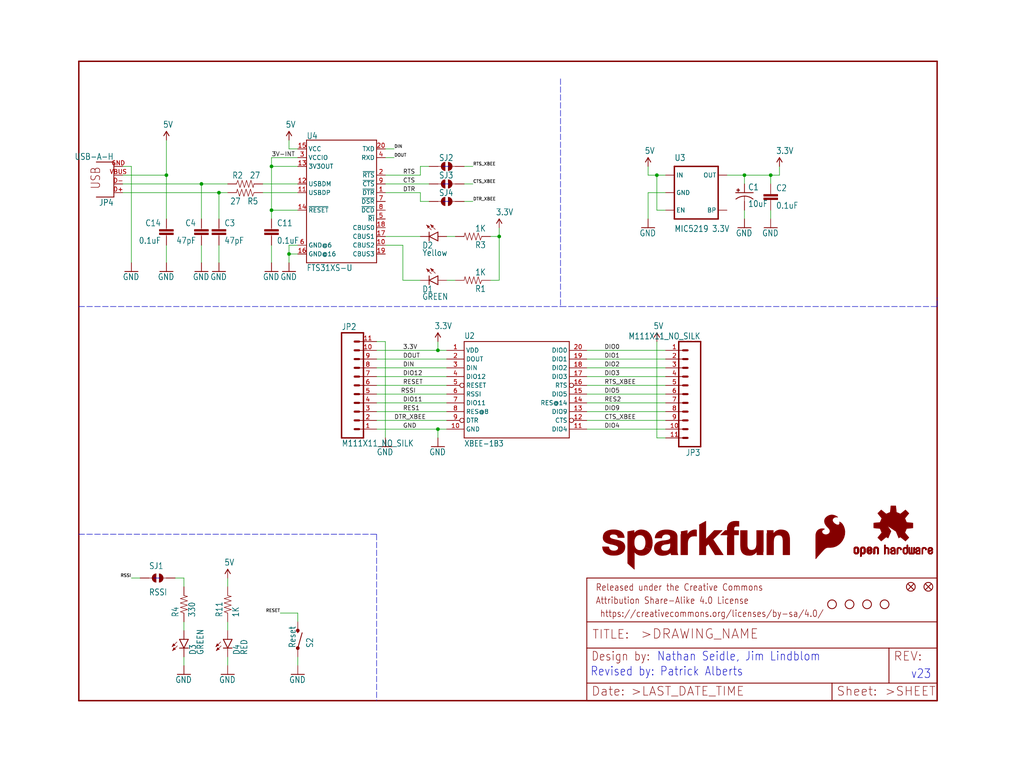
<source format=kicad_sch>
(kicad_sch (version 20211123) (generator eeschema)
  (paper "User" 297.002 223.926)
  (lib_symbols
    (symbol "eagleSchem-eagle-import:0.1UF-25V(+80{slash}-20%)(0603)"
      (property "Reference" "C" (at 1.524 2.921 0))
      (property "Value" "0.1UF-25V(+80{slash}-20%)(0603)" (at 1.524 -2.159 0))
      (symbol "0.1UF-25V(+80{slash}-20%)(0603)_1_0"
        (pin passive line (at 0 5.08 270) (length 2.54) (name "1") (number "1"))
        (pin passive line (at 0 -2.54 90) (length 2.54) (name "2") (number "2"))
      )
    )
    (symbol "eagleSchem-eagle-import:10UF-16V-10%(TANT)"
      (property "Reference" "C" (at 1.016 0.635 0))
      (property "Value" "10UF-16V-10%(TANT)" (at 1.016 -4.191 0))
      (symbol "10UF-16V-10%(TANT)_1_0"
        (pin passive line (at 0 2.54 270) (length 2.54) (name "+") (number "A"))
        (pin passive line (at 0 -5.08 90) (length 2.54) (name "-") (number "C"))
      )
    )
    (symbol "eagleSchem-eagle-import:1KOHM-1{slash}10W-1%(0603)"
      (property "Reference" "R" (at -3.81 1.4986 0))
      (property "Value" "1KOHM-1{slash}10W-1%(0603)" (at -3.81 -3.302 0))
      (symbol "1KOHM-1{slash}10W-1%(0603)_1_0"
        (pin passive line (at -5.08 0 0) (length 2.54) (name "1") (number "1"))
        (pin passive line (at 5.08 0 180) (length 2.54) (name "2") (number "2"))
      )
    )
    (symbol "eagleSchem-eagle-import:27OHM1{slash}10W1%(0603)0603-RES"
      (property "Reference" "R" (at -3.81 1.4986 0))
      (property "Value" "27OHM1{slash}10W1%(0603)0603-RES" (at -3.81 -3.302 0))
      (symbol "27OHM1{slash}10W1%(0603)0603-RES_1_0"
        (pin passive line (at -5.08 0 0) (length 2.54) (name "1") (number "1"))
        (pin passive line (at 5.08 0 180) (length 2.54) (name "2") (number "2"))
      )
    )
    (symbol "eagleSchem-eagle-import:3.3V" (power)
      (property "Value" "3.3V" (at -1.016 3.556 0))
      (symbol "3.3V_1_0"
        (pin power_in line (at 0 0 90) (length 2.54) (name "3.3V") (number "1"))
      )
    )
    (symbol "eagleSchem-eagle-import:330OHM1{slash}10W1%(0603)"
      (property "Reference" "R" (at -3.81 1.4986 0))
      (property "Value" "330OHM1{slash}10W1%(0603)" (at -3.81 -3.302 0))
      (symbol "330OHM1{slash}10W1%(0603)_1_0"
        (pin passive line (at -5.08 0 0) (length 2.54) (name "1") (number "1"))
        (pin passive line (at 5.08 0 180) (length 2.54) (name "2") (number "2"))
      )
    )
    (symbol "eagleSchem-eagle-import:47PF-50V-5%(0603)"
      (property "Reference" "C" (at 1.524 2.921 0))
      (property "Value" "47PF-50V-5%(0603)" (at 1.524 -2.159 0))
      (symbol "47PF-50V-5%(0603)_1_0"
        (pin passive line (at 0 5.08 270) (length 2.54) (name "1") (number "1"))
        (pin passive line (at 0 -2.54 90) (length 2.54) (name "2") (number "2"))
      )
    )
    (symbol "eagleSchem-eagle-import:5V" (power)
      (property "Value" "5V" (at -1.016 3.556 0))
      (symbol "5V_1_0"
        (pin power_in line (at 0 0 90) (length 2.54) (name "5V") (number "1"))
      )
    )
    (symbol "eagleSchem-eagle-import:FIDUCIAL1X2")
    (symbol "eagleSchem-eagle-import:FRAME-LETTER"
      (symbol "FRAME-LETTER_2_0"
        (text " https://creativecommons.org/licenses/by-sa/4.0/" (at 2.54 24.13 0) (effects (font (size 1.9304 1.6408)) (justify left bottom)))
        (text ">DRAWING_NAME" (at 15.494 17.78 0) (effects (font (size 2.7432 2.7432)) (justify left bottom)))
        (text ">LAST_DATE_TIME" (at 12.7 1.27 0) (effects (font (size 2.54 2.54)) (justify left bottom)))
        (text ">SHEET" (at 86.36 1.27 0) (effects (font (size 2.54 2.54)) (justify left bottom)))
        (text "Attribution Share-Alike 4.0 License" (at 2.54 27.94 0) (effects (font (size 1.9304 1.6408)) (justify left bottom)))
        (text "Date:" (at 1.27 1.27 0) (effects (font (size 2.54 2.54)) (justify left bottom)))
        (text "Design by:" (at 1.27 11.43 0) (effects (font (size 2.54 2.159)) (justify left bottom)))
        (text "Released under the Creative Commons" (at 2.54 31.75 0) (effects (font (size 1.9304 1.6408)) (justify left bottom)))
        (text "REV:" (at 88.9 11.43 0) (effects (font (size 2.54 2.54)) (justify left bottom)))
        (text "Sheet:" (at 72.39 1.27 0) (effects (font (size 2.54 2.54)) (justify left bottom)))
        (text "TITLE:" (at 1.524 17.78 0) (effects (font (size 2.54 2.54)) (justify left bottom)))
      )
    )
    (symbol "eagleSchem-eagle-import:FT231XS"
      (property "Reference" "U" (at -10.16 18.034 0))
      (property "Value" "FT231XS" (at -10.16 -18.288 0))
      (symbol "FT231XS_1_0"
        (pin bidirectional line (at 12.7 2.54 180) (length 2.54) (name "~{DTR}") (number "1"))
        (pin bidirectional line (at 12.7 -12.7 180) (length 2.54) (name "CBUS2") (number "10"))
        (pin bidirectional line (at -12.7 2.54 0) (length 2.54) (name "USBDP") (number "11"))
        (pin bidirectional line (at -12.7 5.08 0) (length 2.54) (name "USBDM") (number "12"))
        (pin bidirectional line (at -12.7 10.16 0) (length 2.54) (name "3V3OUT") (number "13"))
        (pin bidirectional line (at -12.7 -2.54 0) (length 2.54) (name "~{RESET}") (number "14"))
        (pin bidirectional line (at -12.7 15.24 0) (length 2.54) (name "VCC") (number "15"))
        (pin bidirectional line (at -12.7 -15.24 0) (length 2.54) (name "GND@16") (number "16"))
        (pin bidirectional line (at 12.7 -10.16 180) (length 2.54) (name "CBUS1") (number "17"))
        (pin bidirectional line (at 12.7 -7.62 180) (length 2.54) (name "CBUS0") (number "18"))
        (pin bidirectional line (at 12.7 -15.24 180) (length 2.54) (name "CBUS3") (number "19"))
        (pin bidirectional line (at 12.7 7.62 180) (length 2.54) (name "~{RTS}") (number "2"))
        (pin bidirectional line (at 12.7 15.24 180) (length 2.54) (name "TXD") (number "20"))
        (pin bidirectional line (at -12.7 12.7 0) (length 2.54) (name "VCCIO") (number "3"))
        (pin bidirectional line (at 12.7 12.7 180) (length 2.54) (name "RXD") (number "4"))
        (pin bidirectional line (at 12.7 -5.08 180) (length 2.54) (name "~{RI}") (number "5"))
        (pin bidirectional line (at -12.7 -12.7 0) (length 2.54) (name "GND@6") (number "6"))
        (pin bidirectional line (at 12.7 0 180) (length 2.54) (name "~{DSR}") (number "7"))
        (pin bidirectional line (at 12.7 -2.54 180) (length 2.54) (name "~{DCD}") (number "8"))
        (pin bidirectional line (at 12.7 5.08 180) (length 2.54) (name "~{CTS}") (number "9"))
      )
    )
    (symbol "eagleSchem-eagle-import:GND" (power)
      (property "Value" "GND" (at -2.54 -2.54 0))
      (symbol "GND_1_0"
        (pin power_in line (at 0 2.54 270) (length 2.54) (name "GND") (number "1"))
      )
    )
    (symbol "eagleSchem-eagle-import:LED-GREEN0603"
      (property "Reference" "D" (at 3.556 -4.572 90))
      (property "Value" "LED-GREEN0603" (at 5.715 -4.572 90))
      (symbol "LED-GREEN0603_1_0"
        (pin passive line (at 0 2.54 270) (length 2.54) (name "A") (number "A"))
        (pin passive line (at 0 -5.08 90) (length 2.54) (name "C") (number "C"))
      )
    )
    (symbol "eagleSchem-eagle-import:LED-RED0603"
      (property "Reference" "D" (at 3.556 -4.572 90))
      (property "Value" "LED-RED0603" (at 5.715 -4.572 90))
      (symbol "LED-RED0603_1_0"
        (pin passive line (at 0 2.54 270) (length 2.54) (name "A") (number "A"))
        (pin passive line (at 0 -5.08 90) (length 2.54) (name "C") (number "C"))
      )
    )
    (symbol "eagleSchem-eagle-import:LED-YELLOW0603"
      (property "Reference" "D" (at 3.556 -4.572 90))
      (property "Value" "LED-YELLOW0603" (at 5.715 -4.572 90))
      (symbol "LED-YELLOW0603_1_0"
        (pin passive line (at 0 2.54 270) (length 2.54) (name "A") (number "A"))
        (pin passive line (at 0 -5.08 90) (length 2.54) (name "C") (number "C"))
      )
    )
    (symbol "eagleSchem-eagle-import:M111X11_NO_SILK"
      (property "Reference" "JP" (at 0 16.002 0))
      (property "Value" "M111X11_NO_SILK" (at 0 -17.78 0))
      (symbol "M111X11_NO_SILK_1_0"
        (pin passive line (at 10.16 -12.7 180) (length 5.08) (name "1") (number "1"))
        (pin passive line (at 10.16 10.16 180) (length 5.08) (name "10") (number "10"))
        (pin passive line (at 10.16 12.7 180) (length 5.08) (name "11") (number "11"))
        (pin passive line (at 10.16 -10.16 180) (length 5.08) (name "2") (number "2"))
        (pin passive line (at 10.16 -7.62 180) (length 5.08) (name "3") (number "3"))
        (pin passive line (at 10.16 -5.08 180) (length 5.08) (name "4") (number "4"))
        (pin passive line (at 10.16 -2.54 180) (length 5.08) (name "5") (number "5"))
        (pin passive line (at 10.16 0 180) (length 5.08) (name "6") (number "6"))
        (pin passive line (at 10.16 2.54 180) (length 5.08) (name "7") (number "7"))
        (pin passive line (at 10.16 5.08 180) (length 5.08) (name "8") (number "8"))
        (pin passive line (at 10.16 7.62 180) (length 5.08) (name "9") (number "9"))
      )
    )
    (symbol "eagleSchem-eagle-import:OSHW-LOGOS")
    (symbol "eagleSchem-eagle-import:SFE_LOGO_FLAME.1_INCH")
    (symbol "eagleSchem-eagle-import:SFE_LOGO_NAME.2_INCH")
    (symbol "eagleSchem-eagle-import:SOLDERJUMPERTRACE"
      (property "Reference" "SJ" (at -2.54 2.54 0))
      (property "Value" "SOLDERJUMPERTRACE" (at -2.54 -5.08 0))
      (symbol "SOLDERJUMPERTRACE_1_0"
        (pin passive line (at -5.08 0 0) (length 2.54) (name "1") (number "1"))
        (pin passive line (at 5.08 0 180) (length 2.54) (name "2") (number "2"))
      )
    )
    (symbol "eagleSchem-eagle-import:STAND-OFF")
    (symbol "eagleSchem-eagle-import:SWITCH-MOMENTARY-2SMD"
      (property "Reference" "S" (at -2.54 2.54 0))
      (property "Value" "SWITCH-MOMENTARY-2SMD" (at -2.54 -2.54 0))
      (symbol "SWITCH-MOMENTARY-2SMD_1_0"
        (pin passive line (at -5.08 0 0) (length 2.54) (name "1") (number "1"))
        (pin passive line (at 5.08 0 180) (length 2.54) (name "2") (number "3"))
      )
    )
    (symbol "eagleSchem-eagle-import:USB-A-H"
      (property "Reference" "JP" (at 0 9.525 0))
      (property "Value" "USB-A-H" (at 0 -3.81 0))
      (symbol "USB-A-H_1_0"
        (text "USB" (at 3.81 0 900) (effects (font (size 2.54 2.159)) (justify left bottom)))
        (pin bidirectional line (at -2.54 7.62 0) (length 2.54) (name "D+") (number "D+"))
        (pin bidirectional line (at -2.54 5.08 0) (length 2.54) (name "D-") (number "D-"))
        (pin bidirectional line (at -2.54 0 0) (length 2.54) (name "GND") (number "GND"))
        (pin bidirectional line (at -2.54 2.54 0) (length 2.54) (name "VBUS") (number "VBUS"))
      )
    )
    (symbol "eagleSchem-eagle-import:V_REG_MIC52193.3V"
      (property "Reference" "U" (at -7.62 9.144 0))
      (property "Value" "V_REG_MIC52193.3V" (at -7.62 -11.43 0))
      (symbol "V_REG_MIC52193.3V_1_0"
        (pin input line (at -10.16 5.08 0) (length 2.54) (name "IN") (number "1"))
        (pin input line (at -10.16 0 0) (length 2.54) (name "GND") (number "2"))
        (pin input line (at -10.16 -5.08 0) (length 2.54) (name "EN") (number "3"))
        (pin input line (at 7.62 -5.08 180) (length 2.54) (name "BP") (number "4"))
        (pin passive line (at 7.62 5.08 180) (length 2.54) (name "OUT") (number "5"))
      )
    )
    (symbol "eagleSchem-eagle-import:XBEE-1B3"
      (property "Value" "XBEE-1B3" (at -15.24 -17.78 0))
      (symbol "XBEE-1B3_1_0"
        (pin power_in line (at -20.32 10.16 0) (length 5.08) (name "VDD") (number "1"))
        (pin power_in line (at -20.32 -12.7 0) (length 5.08) (name "GND") (number "10"))
        (pin bidirectional line (at 20.32 -12.7 180) (length 5.08) (name "DIO4") (number "11"))
        (pin output inverted (at 20.32 -10.16 180) (length 5.08) (name "CTS") (number "12"))
        (pin bidirectional line (at 20.32 -7.62 180) (length 5.08) (name "DIO9") (number "13"))
        (pin bidirectional line (at 20.32 -5.08 180) (length 5.08) (name "RES@14") (number "14"))
        (pin bidirectional line (at 20.32 -2.54 180) (length 5.08) (name "DIO5") (number "15"))
        (pin input inverted (at 20.32 0 180) (length 5.08) (name "RTS") (number "16"))
        (pin bidirectional line (at 20.32 2.54 180) (length 5.08) (name "DIO3") (number "17"))
        (pin bidirectional line (at 20.32 5.08 180) (length 5.08) (name "DIO2") (number "18"))
        (pin bidirectional line (at 20.32 7.62 180) (length 5.08) (name "DIO1") (number "19"))
        (pin output line (at -20.32 7.62 0) (length 5.08) (name "DOUT") (number "2"))
        (pin bidirectional line (at 20.32 10.16 180) (length 5.08) (name "DIO0") (number "20"))
        (pin input line (at -20.32 5.08 0) (length 5.08) (name "DIN") (number "3"))
        (pin bidirectional line (at -20.32 2.54 0) (length 5.08) (name "DIO12") (number "4"))
        (pin input inverted (at -20.32 0 0) (length 5.08) (name "RESET") (number "5"))
        (pin bidirectional line (at -20.32 -2.54 0) (length 5.08) (name "RSSI") (number "6"))
        (pin bidirectional line (at -20.32 -5.08 0) (length 5.08) (name "DIO11") (number "7"))
        (pin bidirectional line (at -20.32 -7.62 0) (length 5.08) (name "RES@8") (number "8"))
        (pin bidirectional inverted (at -20.32 -10.16 0) (length 5.08) (name "DTR") (number "9"))
      )
    )
  )
  (junction (at 78.74 60.96))
  (junction (at 127 124.46))
  (junction (at 58.42 53.34))
  (junction (at 48.26 50.8))
  (junction (at 190.5 50.8))
  (junction (at 215.9 50.8))
  (junction (at 127 101.6))
  (junction (at 144.78 68.58))
  (junction (at 63.5 55.88))
  (junction (at 223.52 50.8))
  (junction (at 78.74 48.26))
  (junction (at 83.82 73.66))
  (wire (pts (xy 193.04 104.14) (xy 170.18 104.14)))
  (polyline (pts (xy 128.524 53.34) (xy 130.556 53.34)))
  (wire (pts (xy 223.52 53.34) (xy 223.52 50.8)))
  (wire (pts (xy 53.34 190.5) (xy 53.34 193.04)))
  (wire (pts (xy 129.54 116.84) (xy 109.22 116.84)))
  (wire (pts (xy 86.36 48.26) (xy 78.74 48.26)))
  (wire (pts (xy 86.36 71.12) (xy 83.82 71.12)))
  (wire (pts (xy 129.54 104.14) (xy 109.22 104.14)))
  (wire (pts (xy 134.62 53.34) (xy 137.16 53.34)))
  (wire (pts (xy 134.62 58.42) (xy 137.16 58.42)))
  (wire (pts (xy 63.5 76.2) (xy 63.5 71.12)))
  (wire (pts (xy 127 101.6) (xy 109.22 101.6)))
  (wire (pts (xy 121.92 81.28) (xy 116.84 81.28)))
  (wire (pts (xy 48.26 63.5) (xy 48.26 50.8)))
  (wire (pts (xy 53.34 167.64) (xy 50.8 167.64)))
  (wire (pts (xy 193.04 109.22) (xy 170.18 109.22)))
  (wire (pts (xy 144.78 68.58) (xy 144.78 81.28)))
  (wire (pts (xy 121.92 68.58) (xy 111.76 68.58)))
  (wire (pts (xy 129.54 101.6) (xy 127 101.6)))
  (wire (pts (xy 66.04 182.88) (xy 66.04 180.34)))
  (wire (pts (xy 78.74 76.2) (xy 78.74 71.12)))
  (wire (pts (xy 35.56 50.8) (xy 48.26 50.8)))
  (wire (pts (xy 35.56 55.88) (xy 63.5 55.88)))
  (wire (pts (xy 78.74 48.26) (xy 78.74 60.96)))
  (wire (pts (xy 215.9 63.5) (xy 215.9 60.96)))
  (wire (pts (xy 111.76 55.88) (xy 121.92 55.88)))
  (wire (pts (xy 190.5 99.06) (xy 190.5 127)))
  (wire (pts (xy 129.54 121.92) (xy 109.22 121.92)))
  (wire (pts (xy 83.82 71.12) (xy 83.82 73.66)))
  (wire (pts (xy 129.54 111.76) (xy 109.22 111.76)))
  (polyline (pts (xy 22.86 154.94) (xy 109.22 154.94)))
  (wire (pts (xy 127 101.6) (xy 127 99.06)))
  (wire (pts (xy 109.22 99.06) (xy 111.76 99.06)))
  (wire (pts (xy 116.84 81.28) (xy 116.84 71.12)))
  (wire (pts (xy 116.84 71.12) (xy 111.76 71.12)))
  (wire (pts (xy 193.04 116.84) (xy 170.18 116.84)))
  (polyline (pts (xy 128.524 58.42) (xy 130.556 58.42)))
  (wire (pts (xy 111.76 43.18) (xy 114.3 43.18)))
  (wire (pts (xy 111.76 45.72) (xy 114.3 45.72)))
  (wire (pts (xy 193.04 55.88) (xy 187.96 55.88)))
  (wire (pts (xy 111.76 50.8) (xy 121.92 50.8)))
  (wire (pts (xy 78.74 45.72) (xy 78.74 48.26)))
  (wire (pts (xy 86.36 43.18) (xy 83.82 43.18)))
  (wire (pts (xy 76.2 53.34) (xy 86.36 53.34)))
  (wire (pts (xy 76.2 55.88) (xy 86.36 55.88)))
  (wire (pts (xy 193.04 119.38) (xy 170.18 119.38)))
  (wire (pts (xy 38.1 48.26) (xy 38.1 76.2)))
  (wire (pts (xy 223.52 50.8) (xy 226.06 50.8)))
  (wire (pts (xy 121.92 48.26) (xy 124.46 48.26)))
  (wire (pts (xy 132.08 68.58) (xy 129.54 68.58)))
  (wire (pts (xy 86.36 73.66) (xy 83.82 73.66)))
  (wire (pts (xy 48.26 50.8) (xy 48.26 40.64)))
  (wire (pts (xy 190.5 50.8) (xy 187.96 50.8)))
  (wire (pts (xy 127 124.46) (xy 109.22 124.46)))
  (wire (pts (xy 187.96 55.88) (xy 187.96 63.5)))
  (wire (pts (xy 121.92 55.88) (xy 121.92 58.42)))
  (wire (pts (xy 83.82 43.18) (xy 83.82 40.64)))
  (wire (pts (xy 111.76 53.34) (xy 124.46 53.34)))
  (wire (pts (xy 86.36 180.34) (xy 86.36 177.8)))
  (wire (pts (xy 40.64 167.64) (xy 38.1 167.64)))
  (wire (pts (xy 53.34 170.18) (xy 53.34 167.64)))
  (polyline (pts (xy 22.86 88.9) (xy 162.56 88.9)))
  (wire (pts (xy 121.92 50.8) (xy 121.92 48.26)))
  (polyline (pts (xy 44.704 167.64) (xy 46.736 167.64)))
  (wire (pts (xy 187.96 48.26) (xy 187.96 50.8)))
  (wire (pts (xy 63.5 63.5) (xy 63.5 55.88)))
  (wire (pts (xy 129.54 109.22) (xy 109.22 109.22)))
  (wire (pts (xy 129.54 119.38) (xy 109.22 119.38)))
  (wire (pts (xy 129.54 114.3) (xy 109.22 114.3)))
  (wire (pts (xy 190.5 127) (xy 193.04 127)))
  (wire (pts (xy 144.78 81.28) (xy 142.24 81.28)))
  (wire (pts (xy 38.1 48.26) (xy 35.56 48.26)))
  (wire (pts (xy 193.04 101.6) (xy 170.18 101.6)))
  (wire (pts (xy 78.74 60.96) (xy 78.74 63.5)))
  (wire (pts (xy 58.42 63.5) (xy 58.42 53.34)))
  (wire (pts (xy 48.26 76.2) (xy 48.26 71.12)))
  (wire (pts (xy 63.5 55.88) (xy 66.04 55.88)))
  (wire (pts (xy 193.04 124.46) (xy 170.18 124.46)))
  (wire (pts (xy 111.76 99.06) (xy 111.76 127)))
  (wire (pts (xy 58.42 53.34) (xy 66.04 53.34)))
  (wire (pts (xy 190.5 60.96) (xy 190.5 50.8)))
  (polyline (pts (xy 109.22 154.94) (xy 109.22 203.2)))
  (polyline (pts (xy 162.56 88.9) (xy 271.78 88.9)))
  (wire (pts (xy 226.06 50.8) (xy 226.06 48.26)))
  (polyline (pts (xy 128.524 48.26) (xy 130.556 48.26)))
  (polyline (pts (xy 271.78 88.9) (xy 271.78 86.36)))
  (wire (pts (xy 129.54 124.46) (xy 127 124.46)))
  (wire (pts (xy 58.42 76.2) (xy 58.42 71.12)))
  (polyline (pts (xy 162.56 22.86) (xy 162.56 88.9)))
  (wire (pts (xy 193.04 111.76) (xy 170.18 111.76)))
  (wire (pts (xy 215.9 50.8) (xy 223.52 50.8)))
  (wire (pts (xy 210.82 50.8) (xy 215.9 50.8)))
  (wire (pts (xy 223.52 63.5) (xy 223.52 60.96)))
  (wire (pts (xy 193.04 60.96) (xy 190.5 60.96)))
  (wire (pts (xy 53.34 180.34) (xy 53.34 182.88)))
  (wire (pts (xy 193.04 121.92) (xy 170.18 121.92)))
  (wire (pts (xy 66.04 170.18) (xy 66.04 167.64)))
  (wire (pts (xy 86.36 193.04) (xy 86.36 190.5)))
  (wire (pts (xy 134.62 48.26) (xy 137.16 48.26)))
  (wire (pts (xy 142.24 68.58) (xy 144.78 68.58)))
  (wire (pts (xy 193.04 106.68) (xy 170.18 106.68)))
  (wire (pts (xy 66.04 190.5) (xy 66.04 193.04)))
  (wire (pts (xy 86.36 45.72) (xy 78.74 45.72)))
  (wire (pts (xy 132.08 81.28) (xy 129.54 81.28)))
  (wire (pts (xy 35.56 53.34) (xy 58.42 53.34)))
  (wire (pts (xy 127 124.46) (xy 127 127)))
  (wire (pts (xy 193.04 114.3) (xy 170.18 114.3)))
  (wire (pts (xy 86.36 60.96) (xy 78.74 60.96)))
  (wire (pts (xy 129.54 106.68) (xy 109.22 106.68)))
  (wire (pts (xy 144.78 68.58) (xy 144.78 66.04)))
  (wire (pts (xy 83.82 73.66) (xy 83.82 76.2)))
  (wire (pts (xy 86.36 177.8) (xy 81.28 177.8)))
  (wire (pts (xy 193.04 50.8) (xy 190.5 50.8)))
  (wire (pts (xy 215.9 53.34) (xy 215.9 50.8)))
  (wire (pts (xy 121.92 58.42) (xy 124.46 58.42)))
  (text "Nathan Seidle, Jim Lindblom" (at 190.5 190.5 180) (effects (font (size 2.54 2.159)) (justify left)))
  (text "v23" (at 264.16 195.58 180) (effects (font (size 2.54 2.159)) (justify left)))
  (text "Revised by: Patrick Alberts" (at 171.196 196.342 180) (effects (font (size 2.54 2.159)) (justify left bottom)))
  (label "RESET" (at 81.28 177.8 180) (effects (font (size 0.889 0.889))))
  (label "CTS_XBEE" (at 175.26 121.92 0) (effects (font (size 1.2446 1.2446))))
  (label "RES2" (at 175.26 116.84 0) (effects (font (size 1.2446 1.2446))))
  (label "DIO2" (at 175.26 106.68 0) (effects (font (size 1.2446 1.2446))))
  (label "DIO12" (at 116.84 109.22 0) (effects (font (size 1.2446 1.2446))))
  (label "DIO4" (at 175.26 124.46 0) (effects (font (size 1.2446 1.2446))))
  (label "DIO9" (at 175.26 119.38 0) (effects (font (size 1.2446 1.2446))))
  (label "RSSI" (at 38.1 167.64 180) (effects (font (size 0.889 0.889))))
  (label "DIO1" (at 175.26 104.14 0) (effects (font (size 1.2446 1.2446))))
  (label "DTR_XBEE" (at 137.16 58.42 0) (effects (font (size 0.889 0.889))))
  (label "DIO3" (at 175.26 109.22 0) (effects (font (size 1.2446 1.2446))))
  (label "DIN" (at 116.84 106.68 0) (effects (font (size 1.2446 1.2446))))
  (label "GND" (at 116.84 124.46 0) (effects (font (size 1.2446 1.2446))))
  (label "DTR" (at 116.84 55.88 0) (effects (font (size 1.2446 1.2446))))
  (label "CTS_XBEE" (at 137.16 53.34 0) (effects (font (size 0.889 0.889))))
  (label "3V-INT" (at 78.74 45.72 0) (effects (font (size 1.2446 1.2446))))
  (label "DOUT" (at 116.84 104.14 0) (effects (font (size 1.2446 1.2446))))
  (label "RSSI" (at 116.205 114.3 0) (effects (font (size 1.2446 1.2446))))
  (label "3.3V" (at 116.84 101.6 0) (effects (font (size 1.2446 1.2446))))
  (label "RESET" (at 116.84 111.76 0) (effects (font (size 1.2446 1.2446))))
  (label "DIO11" (at 116.84 116.84 0) (effects (font (size 1.2446 1.2446))))
  (label "RES1" (at 116.84 119.38 0) (effects (font (size 1.2446 1.2446))))
  (label "RTS_XBEE" (at 175.26 111.76 0) (effects (font (size 1.2446 1.2446))))
  (label "DIO0" (at 175.26 101.6 0) (effects (font (size 1.2446 1.2446))))
  (label "DIN" (at 114.3 43.18 0) (effects (font (size 0.889 0.889))))
  (label "DIO5" (at 175.26 114.3 0) (effects (font (size 1.2446 1.2446))))
  (label "RTS_XBEE" (at 137.16 48.26 0) (effects (font (size 0.889 0.889))))
  (label "DTR_XBEE" (at 114.3 121.92 0) (effects (font (size 1.2446 1.2446))))
  (label "CTS" (at 116.84 53.34 0) (effects (font (size 1.2446 1.2446))))
  (label "RTS" (at 116.84 50.8 0) (effects (font (size 1.2446 1.2446))))
  (label "DOUT" (at 114.3 45.72 0) (effects (font (size 0.889 0.889))))
  (symbol (lib_id "eagleSchem-eagle-import:1KOHM-1{slash}10W-1%(0603)") (at 137.16 81.28 180) (unit 1)
    (property "Reference" "R1" (at 140.97 82.7786 0) (effects (font (size 1.778 1.5113)) (justify left bottom)))
    (property "Value" "1K" (at 140.97 77.978 0) (effects (font (size 1.778 1.5113)) (justify left bottom)))
    (property "Footprint" "eagleSchem:0603-RES" (effects hide))
  )
  (symbol (lib_id "eagleSchem-eagle-import:GND") (at 127 129.54 0) (unit 1)
    (property "Reference" "#GND2" (effects hide))
    (property "Value" "GND" (at 124.46 132.08 0) (effects (font (size 1.778 1.5113)) (justify left bottom)))
    (property "Footprint" "eagleSchem:" (effects hide))
  )
  (symbol (lib_id "eagleSchem-eagle-import:5V") (at 190.5 99.06 0) (unit 1)
    (property "Reference" "#U$6" (effects hide))
    (property "Value" "5V" (at 189.484 95.504 0) (effects (font (size 1.778 1.5113)) (justify left bottom)))
    (property "Footprint" "eagleSchem:" (effects hide))
  )
  (symbol (lib_id "eagleSchem-eagle-import:V_REG_MIC52193.3V") (at 203.2 55.88 0) (unit 1)
    (property "Reference" "U3" (at 195.58 46.736 0) (effects (font (size 1.778 1.5113)) (justify left bottom)))
    (property "Value" "MIC5219 3.3V" (at 195.58 67.31 0) (effects (font (size 1.778 1.5113)) (justify left bottom)))
    (property "Footprint" "eagleSchem:SOT23-5" (effects hide))
  )
  (symbol (lib_id "eagleSchem-eagle-import:5V") (at 66.04 167.64 0) (unit 1)
    (property "Reference" "#U$3" (effects hide))
    (property "Value" "5V" (at 65.024 164.084 0) (effects (font (size 1.778 1.5113)) (justify left bottom)))
    (property "Footprint" "eagleSchem:" (effects hide))
  )
  (symbol (lib_id "eagleSchem-eagle-import:LED-YELLOW0603") (at 127 68.58 270) (unit 1)
    (property "Reference" "D2" (at 122.428 72.136 90) (effects (font (size 1.778 1.5113)) (justify left bottom)))
    (property "Value" "Yellow" (at 122.428 74.295 90) (effects (font (size 1.778 1.5113)) (justify left bottom)))
    (property "Footprint" "eagleSchem:LED-0603" (effects hide))
  )
  (symbol (lib_id "eagleSchem-eagle-import:LED-GREEN0603") (at 53.34 185.42 0) (unit 1)
    (property "Reference" "D3" (at 56.896 189.992 90) (effects (font (size 1.778 1.5113)) (justify left bottom)))
    (property "Value" "GREEN" (at 59.055 189.992 90) (effects (font (size 1.778 1.5113)) (justify left bottom)))
    (property "Footprint" "eagleSchem:LED-0603" (effects hide))
  )
  (symbol (lib_id "eagleSchem-eagle-import:FT231XS") (at 99.06 58.42 0) (unit 1)
    (property "Reference" "U4" (at 88.9 40.386 0) (effects (font (size 1.778 1.5113)) (justify left bottom)))
    (property "Value" "FTS31XS-U" (at 88.9 76.708 0) (effects (font (size 1.778 1.5113)) (justify left top)))
    (property "Footprint" "eagleSchem:SSOP20_L" (effects hide))
  )
  (symbol (lib_id "eagleSchem-eagle-import:GND") (at 58.42 78.74 0) (unit 1)
    (property "Reference" "#GND8" (effects hide))
    (property "Value" "GND" (at 55.88 81.28 0) (effects (font (size 1.778 1.5113)) (justify left bottom)))
    (property "Footprint" "eagleSchem:" (effects hide))
  )
  (symbol (lib_id "eagleSchem-eagle-import:330OHM1{slash}10W1%(0603)") (at 53.34 175.26 90) (unit 1)
    (property "Reference" "R4" (at 51.8414 179.07 0) (effects (font (size 1.778 1.5113)) (justify left bottom)))
    (property "Value" "330" (at 56.642 179.07 0) (effects (font (size 1.778 1.5113)) (justify left bottom)))
    (property "Footprint" "eagleSchem:0603-RES" (effects hide))
  )
  (symbol (lib_id "eagleSchem-eagle-import:GND") (at 63.5 78.74 0) (unit 1)
    (property "Reference" "#GND9" (effects hide))
    (property "Value" "GND" (at 60.96 81.28 0) (effects (font (size 1.778 1.5113)) (justify left bottom)))
    (property "Footprint" "eagleSchem:" (effects hide))
  )
  (symbol (lib_id "eagleSchem-eagle-import:GND") (at 48.26 78.74 0) (unit 1)
    (property "Reference" "#GND27" (effects hide))
    (property "Value" "GND" (at 45.72 81.28 0) (effects (font (size 1.778 1.5113)) (justify left bottom)))
    (property "Footprint" "eagleSchem:" (effects hide))
  )
  (symbol (lib_id "eagleSchem-eagle-import:SOLDERJUMPERTRACE") (at 45.72 167.64 0) (unit 1)
    (property "Reference" "SJ1" (at 43.18 165.1 0) (effects (font (size 1.778 1.5113)) (justify left bottom)))
    (property "Value" "RSSI" (at 43.18 172.72 0) (effects (font (size 1.778 1.5113)) (justify left bottom)))
    (property "Footprint" "eagleSchem:SJ_2S-TRACE" (effects hide))
  )
  (symbol (lib_id "eagleSchem-eagle-import:XBEE-1B3") (at 149.86 111.76 0) (unit 1)
    (property "Reference" "U2" (at 134.62 98.298 0) (effects (font (size 1.6764 1.4249)) (justify left bottom)))
    (property "Value" "XBEE-1B3" (at 134.62 129.54 0) (effects (font (size 1.6764 1.4249)) (justify left bottom)))
    (property "Footprint" "eagleSchem:XBEE-SMD" (effects hide))
  )
  (symbol (lib_id "eagleSchem-eagle-import:GND") (at 215.9 66.04 0) (unit 1)
    (property "Reference" "#GND3" (effects hide))
    (property "Value" "GND" (at 213.36 68.58 0) (effects (font (size 1.778 1.5113)) (justify left bottom)))
    (property "Footprint" "eagleSchem:" (effects hide))
  )
  (symbol (lib_id "eagleSchem-eagle-import:STAND-OFF") (at 251.46 175.26 0) (unit 1)
    (property "Reference" "U$9" (effects hide))
    (property "Value" "STAND-OFF" (effects hide))
    (property "Footprint" "eagleSchem:STAND-OFF" (effects hide))
  )
  (symbol (lib_id "eagleSchem-eagle-import:M111X11_NO_SILK") (at 203.2 114.3 180) (unit 1)
    (property "Reference" "JP3" (at 203.2 130.302 0) (effects (font (size 1.778 1.5113)) (justify left bottom)))
    (property "Value" "M111X11_NO_SILK" (at 203.2 96.52 0) (effects (font (size 1.778 1.5113)) (justify left bottom)))
    (property "Footprint" "eagleSchem:1X11_NO_SILK" (effects hide))
  )
  (symbol (lib_id "eagleSchem-eagle-import:SOLDERJUMPERTRACE") (at 129.54 58.42 0) (unit 1)
    (property "Reference" "SJ4" (at 127.254 56.896 0) (effects (font (size 1.778 1.5113)) (justify left bottom)))
    (property "Value" "RSSI" (effects hide))
    (property "Footprint" "eagleSchem:SJ_2S-TRACE" (effects hide))
  )
  (symbol (lib_id "eagleSchem-eagle-import:0.1UF-25V(+80{slash}-20%)(0603)") (at 78.74 68.58 0) (unit 1)
    (property "Reference" "C11" (at 80.264 65.659 0) (effects (font (size 1.778 1.5113)) (justify left bottom)))
    (property "Value" "0.1uF" (at 80.264 70.739 0) (effects (font (size 1.778 1.5113)) (justify left bottom)))
    (property "Footprint" "eagleSchem:0603-CAP" (effects hide))
  )
  (symbol (lib_id "eagleSchem-eagle-import:27OHM1{slash}10W1%(0603)0603-RES") (at 71.12 53.34 0) (unit 1)
    (property "Reference" "R2" (at 67.31 51.8414 0) (effects (font (size 1.778 1.5113)) (justify left bottom)))
    (property "Value" "27" (at 72.39 51.816 0) (effects (font (size 1.778 1.5113)) (justify left bottom)))
    (property "Footprint" "eagleSchem:0603-RES" (effects hide))
  )
  (symbol (lib_id "eagleSchem-eagle-import:FRAME-LETTER") (at 22.86 203.2 0) (unit 1)
    (property "Reference" "FRAME1" (effects hide))
    (property "Value" "FRAME-LETTER" (effects hide))
    (property "Footprint" "eagleSchem:CREATIVE_COMMONS" (effects hide))
  )
  (symbol (lib_id "eagleSchem-eagle-import:5V") (at 48.26 40.64 0) (unit 1)
    (property "Reference" "#U$14" (effects hide))
    (property "Value" "5V" (at 47.244 37.084 0) (effects (font (size 1.778 1.5113)) (justify left bottom)))
    (property "Footprint" "eagleSchem:" (effects hide))
  )
  (symbol (lib_id "eagleSchem-eagle-import:3.3V") (at 144.78 66.04 0) (unit 1)
    (property "Reference" "#P+2" (effects hide))
    (property "Value" "3.3V" (at 143.764 62.484 0) (effects (font (size 1.778 1.5113)) (justify left bottom)))
    (property "Footprint" "eagleSchem:" (effects hide))
  )
  (symbol (lib_id "eagleSchem-eagle-import:STAND-OFF") (at 246.38 175.26 0) (unit 1)
    (property "Reference" "U$10" (effects hide))
    (property "Value" "STAND-OFF" (effects hide))
    (property "Footprint" "eagleSchem:STAND-OFF" (effects hide))
  )
  (symbol (lib_id "eagleSchem-eagle-import:GND") (at 38.1 78.74 0) (unit 1)
    (property "Reference" "#GND7" (effects hide))
    (property "Value" "GND" (at 35.56 81.28 0) (effects (font (size 1.778 1.5113)) (justify left bottom)))
    (property "Footprint" "eagleSchem:" (effects hide))
  )
  (symbol (lib_id "eagleSchem-eagle-import:FIDUCIAL1X2") (at 264.16 170.18 0) (unit 1)
    (property "Reference" "FID2" (effects hide))
    (property "Value" "FIDUCIAL1X2" (effects hide))
    (property "Footprint" "eagleSchem:FIDUCIAL-1X2" (effects hide))
  )
  (symbol (lib_id "eagleSchem-eagle-import:1KOHM-1{slash}10W-1%(0603)") (at 137.16 68.58 180) (unit 1)
    (property "Reference" "R3" (at 140.97 70.0786 0) (effects (font (size 1.778 1.5113)) (justify left bottom)))
    (property "Value" "1K" (at 140.97 65.278 0) (effects (font (size 1.778 1.5113)) (justify left bottom)))
    (property "Footprint" "eagleSchem:0603-RES" (effects hide))
  )
  (symbol (lib_id "eagleSchem-eagle-import:GND") (at 111.76 129.54 0) (unit 1)
    (property "Reference" "#GND6" (effects hide))
    (property "Value" "GND" (at 109.22 132.08 0) (effects (font (size 1.778 1.5113)) (justify left bottom)))
    (property "Footprint" "eagleSchem:" (effects hide))
  )
  (symbol (lib_id "eagleSchem-eagle-import:GND") (at 78.74 78.74 0) (unit 1)
    (property "Reference" "#GND20" (effects hide))
    (property "Value" "GND" (at 76.2 81.28 0) (effects (font (size 1.778 1.5113)) (justify left bottom)))
    (property "Footprint" "eagleSchem:" (effects hide))
  )
  (symbol (lib_id "eagleSchem-eagle-import:SFE_LOGO_FLAME.1_INCH") (at 236.22 162.56 0) (unit 1)
    (property "Reference" "LOGO1" (effects hide))
    (property "Value" "SFE_LOGO_FLAME.1_INCH" (effects hide))
    (property "Footprint" "eagleSchem:SFE_LOGO_FLAME_.1" (effects hide))
  )
  (symbol (lib_id "eagleSchem-eagle-import:FRAME-LETTER") (at 170.18 203.2 0) (unit 2)
    (property "Reference" "FRAME1" (effects hide))
    (property "Value" "FRAME-LETTER" (effects hide))
    (property "Footprint" "eagleSchem:CREATIVE_COMMONS" (effects hide))
  )
  (symbol (lib_id "eagleSchem-eagle-import:5V") (at 83.82 40.64 0) (unit 1)
    (property "Reference" "#U$12" (effects hide))
    (property "Value" "5V" (at 82.804 37.084 0) (effects (font (size 1.778 1.5113)) (justify left bottom)))
    (property "Footprint" "eagleSchem:" (effects hide))
  )
  (symbol (lib_id "eagleSchem-eagle-import:SOLDERJUMPERTRACE") (at 129.54 53.34 0) (unit 1)
    (property "Reference" "SJ3" (at 127.254 51.816 0) (effects (font (size 1.778 1.5113)) (justify left bottom)))
    (property "Value" "RSSI" (effects hide))
    (property "Footprint" "eagleSchem:SJ_2S-TRACE" (effects hide))
  )
  (symbol (lib_id "eagleSchem-eagle-import:GND") (at 66.04 195.58 0) (unit 1)
    (property "Reference" "#GND28" (effects hide))
    (property "Value" "GND" (at 63.5 198.12 0) (effects (font (size 1.778 1.5113)) (justify left bottom)))
    (property "Footprint" "eagleSchem:" (effects hide))
  )
  (symbol (lib_id "eagleSchem-eagle-import:47PF-50V-5%(0603)") (at 58.42 68.58 0) (mirror y) (unit 1)
    (property "Reference" "C4" (at 56.896 65.659 0) (effects (font (size 1.778 1.5113)) (justify left bottom)))
    (property "Value" "47pF" (at 56.896 70.739 0) (effects (font (size 1.778 1.5113)) (justify left bottom)))
    (property "Footprint" "eagleSchem:0603-CAP" (effects hide))
  )
  (symbol (lib_id "eagleSchem-eagle-import:GND") (at 83.82 78.74 0) (unit 1)
    (property "Reference" "#GND21" (effects hide))
    (property "Value" "GND" (at 81.28 81.28 0) (effects (font (size 1.778 1.5113)) (justify left bottom)))
    (property "Footprint" "eagleSchem:" (effects hide))
  )
  (symbol (lib_id "eagleSchem-eagle-import:5V") (at 187.96 48.26 0) (unit 1)
    (property "Reference" "#U$2" (effects hide))
    (property "Value" "5V" (at 186.944 44.704 0) (effects (font (size 1.778 1.5113)) (justify left bottom)))
    (property "Footprint" "eagleSchem:" (effects hide))
  )
  (symbol (lib_id "eagleSchem-eagle-import:1KOHM-1{slash}10W-1%(0603)") (at 66.04 175.26 90) (unit 1)
    (property "Reference" "R11" (at 64.5414 179.07 0) (effects (font (size 1.778 1.5113)) (justify left bottom)))
    (property "Value" "1K" (at 69.342 179.07 0) (effects (font (size 1.778 1.5113)) (justify left bottom)))
    (property "Footprint" "eagleSchem:0603-RES" (effects hide))
  )
  (symbol (lib_id "eagleSchem-eagle-import:27OHM1{slash}10W1%(0603)0603-RES") (at 71.12 55.88 180) (unit 1)
    (property "Reference" "R5" (at 74.93 57.3786 0) (effects (font (size 1.778 1.5113)) (justify left bottom)))
    (property "Value" "27" (at 69.85 57.404 0) (effects (font (size 1.778 1.5113)) (justify left bottom)))
    (property "Footprint" "eagleSchem:0603-RES" (effects hide))
  )
  (symbol (lib_id "eagleSchem-eagle-import:SFE_LOGO_NAME.2_INCH") (at 172.72 165.1 0) (unit 1)
    (property "Reference" "LOGO2" (effects hide))
    (property "Value" "SFE_LOGO_NAME.2_INCH" (effects hide))
    (property "Footprint" "eagleSchem:SFE_LOGO_NAME_.2" (effects hide))
  )
  (symbol (lib_id "eagleSchem-eagle-import:GND") (at 53.34 195.58 0) (unit 1)
    (property "Reference" "#GND4" (effects hide))
    (property "Value" "GND" (at 50.8 198.12 0) (effects (font (size 1.778 1.5113)) (justify left bottom)))
    (property "Footprint" "eagleSchem:" (effects hide))
  )
  (symbol (lib_id "eagleSchem-eagle-import:0.1UF-25V(+80{slash}-20%)(0603)") (at 48.26 68.58 0) (mirror y) (unit 1)
    (property "Reference" "C14" (at 46.736 65.659 0) (effects (font (size 1.778 1.5113)) (justify left bottom)))
    (property "Value" "0.1uF" (at 46.736 70.739 0) (effects (font (size 1.778 1.5113)) (justify left bottom)))
    (property "Footprint" "eagleSchem:0603-CAP" (effects hide))
  )
  (symbol (lib_id "eagleSchem-eagle-import:STAND-OFF") (at 241.3 175.26 0) (unit 1)
    (property "Reference" "U$11" (effects hide))
    (property "Value" "STAND-OFF" (effects hide))
    (property "Footprint" "eagleSchem:STAND-OFF" (effects hide))
  )
  (symbol (lib_id "eagleSchem-eagle-import:OSHW-LOGOS") (at 259.08 152.4 0) (unit 1)
    (property "Reference" "U$7" (effects hide))
    (property "Value" "OSHW-LOGOS" (effects hide))
    (property "Footprint" "eagleSchem:OSHW-LOGO-S" (effects hide))
  )
  (symbol (lib_id "eagleSchem-eagle-import:M111X11_NO_SILK") (at 99.06 111.76 0) (unit 1)
    (property "Reference" "JP2" (at 99.06 95.758 0) (effects (font (size 1.778 1.5113)) (justify left bottom)))
    (property "Value" "M111X11_NO_SILK" (at 99.06 129.54 0) (effects (font (size 1.778 1.5113)) (justify left bottom)))
    (property "Footprint" "eagleSchem:1X11_NO_SILK" (effects hide))
  )
  (symbol (lib_id "eagleSchem-eagle-import:SOLDERJUMPERTRACE") (at 129.54 48.26 0) (unit 1)
    (property "Reference" "SJ2" (at 127.254 46.736 0) (effects (font (size 1.778 1.5113)) (justify left bottom)))
    (property "Value" "RSSI" (effects hide))
    (property "Footprint" "eagleSchem:SJ_2S-TRACE" (effects hide))
  )
  (symbol (lib_id "eagleSchem-eagle-import:GND") (at 86.36 195.58 0) (unit 1)
    (property "Reference" "#GND10" (effects hide))
    (property "Value" "GND" (at 83.82 198.12 0) (effects (font (size 1.778 1.5113)) (justify left bottom)))
    (property "Footprint" "eagleSchem:" (effects hide))
  )
  (symbol (lib_id "eagleSchem-eagle-import:3.3V") (at 226.06 48.26 0) (unit 1)
    (property "Reference" "#P+3" (effects hide))
    (property "Value" "3.3V" (at 225.044 44.704 0) (effects (font (size 1.778 1.5113)) (justify left bottom)))
    (property "Footprint" "eagleSchem:" (effects hide))
  )
  (symbol (lib_id "eagleSchem-eagle-import:47PF-50V-5%(0603)") (at 63.5 68.58 0) (unit 1)
    (property "Reference" "C3" (at 65.024 65.659 0) (effects (font (size 1.778 1.5113)) (justify left bottom)))
    (property "Value" "47pF" (at 65.024 70.739 0) (effects (font (size 1.778 1.5113)) (justify left bottom)))
    (property "Footprint" "eagleSchem:0603-CAP" (effects hide))
  )
  (symbol (lib_id "eagleSchem-eagle-import:LED-GREEN0603") (at 127 81.28 270) (unit 1)
    (property "Reference" "D1" (at 122.428 84.836 90) (effects (font (size 1.778 1.5113)) (justify left bottom)))
    (property "Value" "GREEN" (at 122.428 86.995 90) (effects (font (size 1.778 1.5113)) (justify left bottom)))
    (property "Footprint" "eagleSchem:LED-0603" (effects hide))
  )
  (symbol (lib_id "eagleSchem-eagle-import:3.3V") (at 127 99.06 0) (unit 1)
    (property "Reference" "#P+1" (effects hide))
    (property "Value" "3.3V" (at 125.984 95.504 0) (effects (font (size 1.778 1.5113)) (justify left bottom)))
    (property "Footprint" "eagleSchem:" (effects hide))
  )
  (symbol (lib_id "eagleSchem-eagle-import:FIDUCIAL1X2") (at 269.24 170.18 0) (unit 1)
    (property "Reference" "FID1" (effects hide))
    (property "Value" "FIDUCIAL1X2" (effects hide))
    (property "Footprint" "eagleSchem:FIDUCIAL-1X2" (effects hide))
  )
  (symbol (lib_id "eagleSchem-eagle-import:USB-A-H") (at 33.02 48.26 180) (unit 1)
    (property "Reference" "JP4" (at 33.02 57.785 0) (effects (font (size 1.778 1.5113)) (justify left bottom)))
    (property "Value" "USB-A-H" (at 33.02 44.45 0) (effects (font (size 1.778 1.5113)) (justify left bottom)))
    (property "Footprint" "eagleSchem:USB-A-H" (effects hide))
  )
  (symbol (lib_id "eagleSchem-eagle-import:GND") (at 223.52 66.04 0) (unit 1)
    (property "Reference" "#GND5" (effects hide))
    (property "Value" "GND" (at 220.98 68.58 0) (effects (font (size 1.778 1.5113)) (justify left bottom)))
    (property "Footprint" "eagleSchem:" (effects hide))
  )
  (symbol (lib_id "eagleSchem-eagle-import:SWITCH-MOMENTARY-2SMD") (at 86.36 185.42 270) (mirror x) (unit 1)
    (property "Reference" "S2" (at 88.9 187.96 0) (effects (font (size 1.778 1.5113)) (justify left bottom)))
    (property "Value" "Reset" (at 83.82 187.96 0) (effects (font (size 1.778 1.5113)) (justify left bottom)))
    (property "Footprint" "eagleSchem:TACTILE_SWITCH_SMD" (effects hide))
  )
  (symbol (lib_id "eagleSchem-eagle-import:10UF-16V-10%(TANT)") (at 215.9 55.88 0) (unit 1)
    (property "Reference" "C1" (at 216.916 55.245 0) (effects (font (size 1.778 1.5113)) (justify left bottom)))
    (property "Value" "10uF" (at 216.916 60.071 0) (effects (font (size 1.778 1.5113)) (justify left bottom)))
    (property "Footprint" "eagleSchem:EIA3216" (effects hide))
  )
  (symbol (lib_id "eagleSchem-eagle-import:GND") (at 187.96 66.04 0) (unit 1)
    (property "Reference" "#GND1" (effects hide))
    (property "Value" "GND" (at 185.42 68.58 0) (effects (font (size 1.778 1.5113)) (justify left bottom)))
    (property "Footprint" "eagleSchem:" (effects hide))
  )
  (symbol (lib_id "eagleSchem-eagle-import:0.1UF-25V(+80{slash}-20%)(0603)") (at 223.52 58.42 0) (unit 1)
    (property "Reference" "C2" (at 225.044 55.499 0) (effects (font (size 1.778 1.5113)) (justify left bottom)))
    (property "Value" "0.1uF" (at 225.044 60.579 0) (effects (font (size 1.778 1.5113)) (justify left bottom)))
    (property "Footprint" "eagleSchem:0603-CAP" (effects hide))
  )
  (symbol (lib_id "eagleSchem-eagle-import:STAND-OFF") (at 256.54 175.26 0) (unit 1)
    (property "Reference" "U$5" (effects hide))
    (property "Value" "STAND-OFF" (effects hide))
    (property "Footprint" "eagleSchem:STAND-OFF" (effects hide))
  )
  (symbol (lib_id "eagleSchem-eagle-import:LED-RED0603") (at 66.04 185.42 0) (unit 1)
    (property "Reference" "D4" (at 69.596 189.992 90) (effects (font (size 1.778 1.5113)) (justify left bottom)))
    (property "Value" "RED" (at 71.755 189.992 90) (effects (font (size 1.778 1.5113)) (justify left bottom)))
    (property "Footprint" "eagleSchem:LED-0603" (effects hide))
  )
)
</source>
